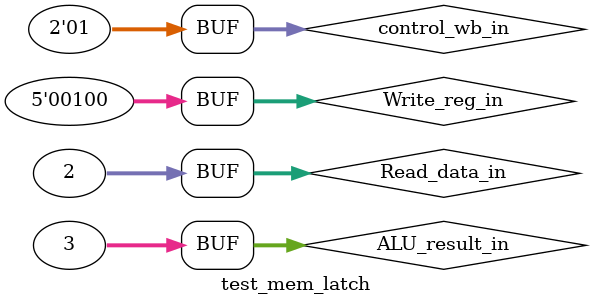
<source format=v>
`timescale 1ns / 1ps


module test_mem_latch;

	// Inputs
	reg [1:0] control_wb_in;
	reg [31:0] Read_data_in;
	reg [31:0] ALU_result_in;
	reg [4:0] Write_reg_in;

	// Outputs
	wire [1:0] mem_control_wb;
	wire [31:0] Read_data;
	wire [31:0] mem_ALU_result;
	wire [4:0] mem_Write_reg;

	// Instantiate the Unit Under Test (UUT)
	mem_latch uut (
		.control_wb_in(control_wb_in), 
		.Read_data_in(Read_data_in), 
		.ALU_result_in(ALU_result_in), 
		.Write_reg_in(Write_reg_in), 
		.mem_control_wb(mem_control_wb), 
		.Read_data(Read_data), 
		.mem_ALU_result(mem_ALU_result), 
		.mem_Write_reg(mem_Write_reg)
	);

	initial begin
		// Initialize Inputs
		control_wb_in = 0;
		Read_data_in = 0;
		ALU_result_in = 0;
		Write_reg_in = 0;

		// Wait 100 ns for global reset to finish
		#1;
		control_wb_in =1;
		Read_data_in = 2;
		ALU_result_in = 3;
		Write_reg_in = 4;

        
		// Add stimulus here

	end
      
endmodule


</source>
